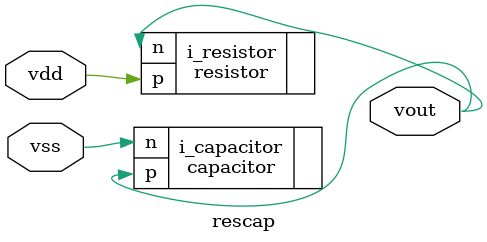
<source format=sv>
module rescap(input  vdd, 
              output vout,
              input  vss);

  resistor 
    #(.resistance (1e5))
  i_resistor
    (
     .p (vdd),
     .n (vout)
     );

  capacitor 
    #(.capacitance (1e-12))
  i_capacitor
    (
     .p (vout),
     .n (vss)
     );
  
endmodule

</source>
